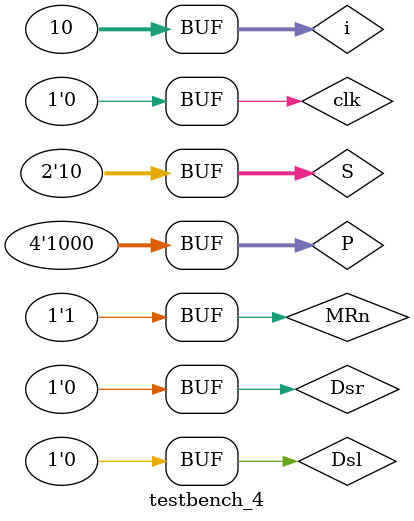
<source format=v>
module testbench_4();
integer i;
reg clk, MRn, Dsr, Dsl;
reg [1:0] S;
reg [3:0] P;
wire [3:0] Q;
shiftRegister74194 ut(MRn, clk, Dsr, Dsl,
  S, P, Q);
initial
begin
	MRn=1;#1; MRn=0; #1; MRn=1;
	P =4'b1000;
	S=2'b01;
	Dsr=1; Dsl=1;
	for( i=0; i<10; i=i+1)begin
	clk =1; #20; clk =0; #20;	
	end
	Dsr=0;
	for( i=0; i<10; i=i+1)begin
	clk =1; #20; clk =0; #20;	
	end
	S=2'b11;
	clk =1; #20; clk =0; #20; S=2'b10;
	for( i=0; i<10; i=i+1)begin
	clk =1; #20; clk =0; #20;	
	end
	Dsl=0;
	for( i=0; i<10; i=i+1)begin
	clk =1; #20; clk =0; #20;	
	end
end
endmodule
</source>
